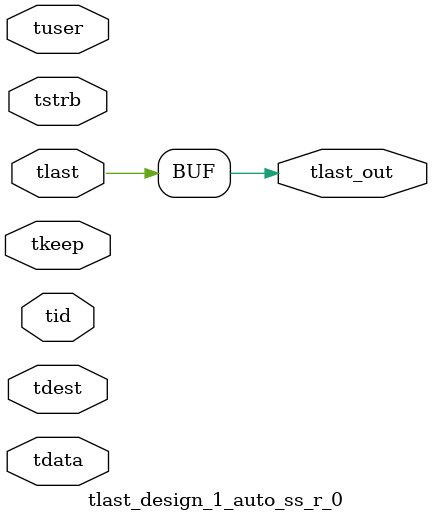
<source format=v>


`timescale 1ps/1ps

module tlast_design_1_auto_ss_r_0 #
(
parameter C_S_AXIS_TID_WIDTH   = 1,
parameter C_S_AXIS_TUSER_WIDTH = 0,
parameter C_S_AXIS_TDATA_WIDTH = 0,
parameter C_S_AXIS_TDEST_WIDTH = 0
)
(
input  [(C_S_AXIS_TID_WIDTH   == 0 ? 1 : C_S_AXIS_TID_WIDTH)-1:0       ] tid,
input  [(C_S_AXIS_TDATA_WIDTH == 0 ? 1 : C_S_AXIS_TDATA_WIDTH)-1:0     ] tdata,
input  [(C_S_AXIS_TUSER_WIDTH == 0 ? 1 : C_S_AXIS_TUSER_WIDTH)-1:0     ] tuser,
input  [(C_S_AXIS_TDEST_WIDTH == 0 ? 1 : C_S_AXIS_TDEST_WIDTH)-1:0     ] tdest,
input  [(C_S_AXIS_TDATA_WIDTH/8)-1:0 ] tkeep,
input  [(C_S_AXIS_TDATA_WIDTH/8)-1:0 ] tstrb,
input  [0:0]                                                             tlast,
output                                                                   tlast_out
);

assign tlast_out = {tlast};

endmodule


</source>
